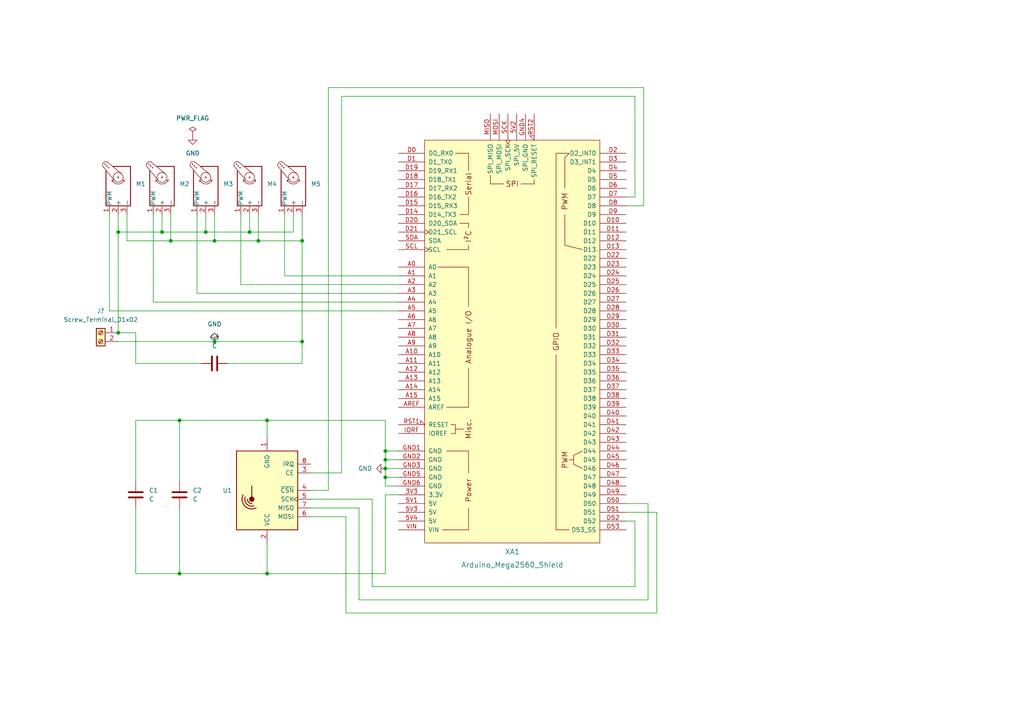
<source format=kicad_sch>
(kicad_sch (version 20211123) (generator eeschema)

  (uuid 5d4ac997-0275-451c-a58a-d84421a0d8df)

  (paper "A4")

  (lib_symbols
    (symbol "Arduino:Arduino_Mega2560_Shield" (pin_names (offset 1.016)) (in_bom yes) (on_board yes)
      (property "Reference" "XA" (id 0) (at 2.54 0 90)
        (effects (font (size 1.524 1.524)))
      )
      (property "Value" "Arduino_Mega2560_Shield" (id 1) (at -2.54 0 90)
        (effects (font (size 1.524 1.524)))
      )
      (property "Footprint" "Arduino_Library:Arduino_Mega2560_Shield" (id 2) (at 17.78 69.85 0)
        (effects (font (size 1.524 1.524)) hide)
      )
      (property "Datasheet" "https://docs.arduino.cc/hardware/mega-2560" (id 3) (at 17.78 69.85 0)
        (effects (font (size 1.524 1.524)) hide)
      )
      (property "ki_keywords" "Arduino MPU Shield" (id 4) (at 0 0 0)
        (effects (font (size 1.27 1.27)) hide)
      )
      (property "ki_description" "Shield for Arduino Mega 2560" (id 5) (at 0 0 0)
        (effects (font (size 1.27 1.27)) hide)
      )
      (property "ki_fp_filters" "Arduino_Mega2560_Shield" (id 6) (at 0 0 0)
        (effects (font (size 1.27 1.27)) hide)
      )
      (symbol "Arduino_Mega2560_Shield_0_0"
        (rectangle (start -25.4 -58.42) (end 25.4 58.42)
          (stroke (width 0) (type default) (color 0 0 0 0))
          (fill (type background))
        )
        (rectangle (start -20.32 -54.61) (end -12.7 -54.61)
          (stroke (width 0) (type default) (color 0 0 0 0))
          (fill (type none))
        )
        (rectangle (start -19.05 -31.75) (end -12.7 -31.75)
          (stroke (width 0) (type default) (color 0 0 0 0))
          (fill (type none))
        )
        (rectangle (start -19.05 -19.05) (end -12.7 -19.05)
          (stroke (width 0) (type default) (color 0 0 0 0))
          (fill (type none))
        )
        (rectangle (start -19.05 26.67) (end -12.7 26.67)
          (stroke (width 0) (type default) (color 0 0 0 0))
          (fill (type none))
        )
        (rectangle (start -17.78 -26.67) (end -16.51 -26.67)
          (stroke (width 0) (type default) (color 0 0 0 0))
          (fill (type none))
        )
        (rectangle (start -17.78 -24.13) (end -16.51 -24.13)
          (stroke (width 0) (type default) (color 0 0 0 0))
          (fill (type none))
        )
        (rectangle (start -16.51 -25.4) (end -13.97 -25.4)
          (stroke (width 0) (type default) (color 0 0 0 0))
          (fill (type none))
        )
        (rectangle (start -16.51 -24.13) (end -16.51 -26.67)
          (stroke (width 0) (type default) (color 0 0 0 0))
          (fill (type none))
        )
        (rectangle (start -16.51 54.61) (end -12.7 54.61)
          (stroke (width 0) (type default) (color 0 0 0 0))
          (fill (type none))
        )
        (rectangle (start -15.24 34.29) (end -12.7 34.29)
          (stroke (width 0) (type default) (color 0 0 0 0))
          (fill (type none))
        )
        (rectangle (start -15.24 36.83) (end -12.7 36.83)
          (stroke (width 0) (type default) (color 0 0 0 0))
          (fill (type none))
        )
        (rectangle (start -12.7 -54.61) (end -12.7 -48.26)
          (stroke (width 0) (type default) (color 0 0 0 0))
          (fill (type none))
        )
        (rectangle (start -12.7 -31.75) (end -12.7 -38.1)
          (stroke (width 0) (type default) (color 0 0 0 0))
          (fill (type none))
        )
        (rectangle (start -12.7 26.67) (end -12.7 27.94)
          (stroke (width 0) (type default) (color 0 0 0 0))
          (fill (type none))
        )
        (rectangle (start -12.7 34.29) (end -12.7 33.02)
          (stroke (width 0) (type default) (color 0 0 0 0))
          (fill (type none))
        )
        (rectangle (start -12.7 41.91) (end -12.7 36.83)
          (stroke (width 0) (type default) (color 0 0 0 0))
          (fill (type none))
        )
        (rectangle (start -12.7 49.53) (end -12.7 54.61)
          (stroke (width 0) (type default) (color 0 0 0 0))
          (fill (type none))
        )
        (rectangle (start -6.35 48.26) (end -6.35 45.72)
          (stroke (width 0) (type default) (color 0 0 0 0))
          (fill (type none))
        )
        (rectangle (start -2.54 45.72) (end -6.35 45.72)
          (stroke (width 0) (type default) (color 0 0 0 0))
          (fill (type none))
        )
        (polyline
          (pts
            (xy -21.59 21.59)
            (xy -12.7 21.59)
          )
          (stroke (width 0) (type default) (color 0 0 0 0))
          (fill (type none))
        )
        (polyline
          (pts
            (xy -12.7 -19.05)
            (xy -12.7 -7.62)
          )
          (stroke (width 0) (type default) (color 0 0 0 0))
          (fill (type none))
        )
        (polyline
          (pts
            (xy -12.7 10.16)
            (xy -12.7 21.59)
          )
          (stroke (width 0) (type default) (color 0 0 0 0))
          (fill (type none))
        )
        (polyline
          (pts
            (xy 12.7 -54.61)
            (xy 16.51 -54.61)
          )
          (stroke (width 0) (type default) (color 0 0 0 0))
          (fill (type none))
        )
        (polyline
          (pts
            (xy 12.7 54.61)
            (xy 16.51 54.61)
          )
          (stroke (width 0) (type default) (color 0 0 0 0))
          (fill (type none))
        )
        (polyline
          (pts
            (xy 17.78 -34.29)
            (xy 16.51 -34.29)
          )
          (stroke (width 0) (type default) (color 0 0 0 0))
          (fill (type none))
        )
        (polyline
          (pts
            (xy 15.24 36.83)
            (xy 15.24 27.94)
            (xy 20.32 26.67)
          )
          (stroke (width 0) (type default) (color 0 0 0 0))
          (fill (type none))
        )
        (polyline
          (pts
            (xy 15.24 44.45)
            (xy 15.24 53.34)
            (xy 16.51 54.61)
          )
          (stroke (width 0) (type default) (color 0 0 0 0))
          (fill (type none))
        )
        (polyline
          (pts
            (xy 20.32 -31.75)
            (xy 17.78 -33.02)
            (xy 17.78 -35.56)
            (xy 20.32 -36.83)
          )
          (stroke (width 0) (type default) (color 0 0 0 0))
          (fill (type none))
        )
        (rectangle (start 6.35 45.72) (end 2.54 45.72)
          (stroke (width 0) (type default) (color 0 0 0 0))
          (fill (type none))
        )
        (rectangle (start 6.35 46.99) (end 6.35 45.72)
          (stroke (width 0) (type default) (color 0 0 0 0))
          (fill (type none))
        )
        (text "Analogue I/O" (at -12.7 1.27 900)
          (effects (font (size 1.524 1.524)))
        )
        (text "I²C" (at -12.7 30.48 900)
          (effects (font (size 1.524 1.524)))
        )
        (text "Misc." (at -12.7 -25.4 900)
          (effects (font (size 1.524 1.524)))
        )
        (text "Power" (at -12.7 -43.18 900)
          (effects (font (size 1.524 1.524)))
        )
        (text "PWM" (at 15.24 -34.29 900)
          (effects (font (size 1.524 1.524)))
        )
        (text "PWM" (at 15.24 40.64 900)
          (effects (font (size 1.524 1.524)))
        )
        (text "Serial" (at -12.7 45.72 900)
          (effects (font (size 1.524 1.524)))
        )
        (text "SPI" (at 0 45.72 0)
          (effects (font (size 1.524 1.524)))
        )
      )
      (symbol "Arduino_Mega2560_Shield_1_0"
        (rectangle (start 12.7 -54.61) (end 12.7 -3.81)
          (stroke (width 0) (type default) (color 0 0 0 0))
          (fill (type none))
        )
        (rectangle (start 12.7 54.61) (end 12.7 3.81)
          (stroke (width 0) (type default) (color 0 0 0 0))
          (fill (type none))
        )
        (text "GPIO" (at 12.7 0 900)
          (effects (font (size 1.524 1.524)))
        )
      )
      (symbol "Arduino_Mega2560_Shield_1_1"
        (pin power_out line (at -33.02 -44.45 0) (length 7.62)
          (name "3.3V" (effects (font (size 1.27 1.27))))
          (number "3V3" (effects (font (size 1.27 1.27))))
        )
        (pin power_in line (at -33.02 -46.99 0) (length 7.62)
          (name "5V" (effects (font (size 1.27 1.27))))
          (number "5V1" (effects (font (size 1.27 1.27))))
        )
        (pin power_in line (at 1.27 66.04 270) (length 7.62)
          (name "SPI_5V" (effects (font (size 1.27 1.27))))
          (number "5V2" (effects (font (size 1.27 1.27))))
        )
        (pin power_in line (at -33.02 -49.53 0) (length 7.62)
          (name "5V" (effects (font (size 1.27 1.27))))
          (number "5V3" (effects (font (size 1.27 1.27))))
        )
        (pin power_in line (at -33.02 -52.07 0) (length 7.62)
          (name "5V" (effects (font (size 1.27 1.27))))
          (number "5V4" (effects (font (size 1.27 1.27))))
        )
        (pin bidirectional line (at -33.02 21.59 0) (length 7.62)
          (name "A0" (effects (font (size 1.27 1.27))))
          (number "A0" (effects (font (size 1.27 1.27))))
        )
        (pin bidirectional line (at -33.02 19.05 0) (length 7.62)
          (name "A1" (effects (font (size 1.27 1.27))))
          (number "A1" (effects (font (size 1.27 1.27))))
        )
        (pin bidirectional line (at -33.02 -3.81 0) (length 7.62)
          (name "A10" (effects (font (size 1.27 1.27))))
          (number "A10" (effects (font (size 1.27 1.27))))
        )
        (pin bidirectional line (at -33.02 -6.35 0) (length 7.62)
          (name "A11" (effects (font (size 1.27 1.27))))
          (number "A11" (effects (font (size 1.27 1.27))))
        )
        (pin bidirectional line (at -33.02 -8.89 0) (length 7.62)
          (name "A12" (effects (font (size 1.27 1.27))))
          (number "A12" (effects (font (size 1.27 1.27))))
        )
        (pin bidirectional line (at -33.02 -11.43 0) (length 7.62)
          (name "A13" (effects (font (size 1.27 1.27))))
          (number "A13" (effects (font (size 1.27 1.27))))
        )
        (pin bidirectional line (at -33.02 -13.97 0) (length 7.62)
          (name "A14" (effects (font (size 1.27 1.27))))
          (number "A14" (effects (font (size 1.27 1.27))))
        )
        (pin bidirectional line (at -33.02 -16.51 0) (length 7.62)
          (name "A15" (effects (font (size 1.27 1.27))))
          (number "A15" (effects (font (size 1.27 1.27))))
        )
        (pin bidirectional line (at -33.02 16.51 0) (length 7.62)
          (name "A2" (effects (font (size 1.27 1.27))))
          (number "A2" (effects (font (size 1.27 1.27))))
        )
        (pin bidirectional line (at -33.02 13.97 0) (length 7.62)
          (name "A3" (effects (font (size 1.27 1.27))))
          (number "A3" (effects (font (size 1.27 1.27))))
        )
        (pin bidirectional line (at -33.02 11.43 0) (length 7.62)
          (name "A4" (effects (font (size 1.27 1.27))))
          (number "A4" (effects (font (size 1.27 1.27))))
        )
        (pin bidirectional line (at -33.02 8.89 0) (length 7.62)
          (name "A5" (effects (font (size 1.27 1.27))))
          (number "A5" (effects (font (size 1.27 1.27))))
        )
        (pin bidirectional line (at -33.02 6.35 0) (length 7.62)
          (name "A6" (effects (font (size 1.27 1.27))))
          (number "A6" (effects (font (size 1.27 1.27))))
        )
        (pin bidirectional line (at -33.02 3.81 0) (length 7.62)
          (name "A7" (effects (font (size 1.27 1.27))))
          (number "A7" (effects (font (size 1.27 1.27))))
        )
        (pin bidirectional line (at -33.02 1.27 0) (length 7.62)
          (name "A8" (effects (font (size 1.27 1.27))))
          (number "A8" (effects (font (size 1.27 1.27))))
        )
        (pin bidirectional line (at -33.02 -1.27 0) (length 7.62)
          (name "A9" (effects (font (size 1.27 1.27))))
          (number "A9" (effects (font (size 1.27 1.27))))
        )
        (pin input line (at -33.02 -19.05 0) (length 7.62)
          (name "AREF" (effects (font (size 1.27 1.27))))
          (number "AREF" (effects (font (size 1.27 1.27))))
        )
        (pin bidirectional line (at -33.02 54.61 0) (length 7.62)
          (name "D0_RX0" (effects (font (size 1.27 1.27))))
          (number "D0" (effects (font (size 1.27 1.27))))
        )
        (pin bidirectional line (at -33.02 52.07 0) (length 7.62)
          (name "D1_TX0" (effects (font (size 1.27 1.27))))
          (number "D1" (effects (font (size 1.27 1.27))))
        )
        (pin bidirectional line (at 33.02 34.29 180) (length 7.62)
          (name "D10" (effects (font (size 1.27 1.27))))
          (number "D10" (effects (font (size 1.27 1.27))))
        )
        (pin bidirectional line (at 33.02 31.75 180) (length 7.62)
          (name "D11" (effects (font (size 1.27 1.27))))
          (number "D11" (effects (font (size 1.27 1.27))))
        )
        (pin bidirectional line (at 33.02 29.21 180) (length 7.62)
          (name "D12" (effects (font (size 1.27 1.27))))
          (number "D12" (effects (font (size 1.27 1.27))))
        )
        (pin bidirectional line (at 33.02 26.67 180) (length 7.62)
          (name "D13" (effects (font (size 1.27 1.27))))
          (number "D13" (effects (font (size 1.27 1.27))))
        )
        (pin bidirectional line (at -33.02 36.83 0) (length 7.62)
          (name "D14_TX3" (effects (font (size 1.27 1.27))))
          (number "D14" (effects (font (size 1.27 1.27))))
        )
        (pin bidirectional line (at -33.02 39.37 0) (length 7.62)
          (name "D15_RX3" (effects (font (size 1.27 1.27))))
          (number "D15" (effects (font (size 1.27 1.27))))
        )
        (pin bidirectional line (at -33.02 41.91 0) (length 7.62)
          (name "D16_TX2" (effects (font (size 1.27 1.27))))
          (number "D16" (effects (font (size 1.27 1.27))))
        )
        (pin bidirectional line (at -33.02 44.45 0) (length 7.62)
          (name "D17_RX2" (effects (font (size 1.27 1.27))))
          (number "D17" (effects (font (size 1.27 1.27))))
        )
        (pin bidirectional line (at -33.02 46.99 0) (length 7.62)
          (name "D18_TX1" (effects (font (size 1.27 1.27))))
          (number "D18" (effects (font (size 1.27 1.27))))
        )
        (pin bidirectional line (at -33.02 49.53 0) (length 7.62)
          (name "D19_RX1" (effects (font (size 1.27 1.27))))
          (number "D19" (effects (font (size 1.27 1.27))))
        )
        (pin bidirectional line (at 33.02 54.61 180) (length 7.62)
          (name "D2_INT0" (effects (font (size 1.27 1.27))))
          (number "D2" (effects (font (size 1.27 1.27))))
        )
        (pin bidirectional line (at -33.02 34.29 0) (length 7.62)
          (name "D20_SDA" (effects (font (size 1.27 1.27))))
          (number "D20" (effects (font (size 1.27 1.27))))
        )
        (pin bidirectional clock (at -33.02 31.75 0) (length 7.62)
          (name "D21_SCL" (effects (font (size 1.27 1.27))))
          (number "D21" (effects (font (size 1.27 1.27))))
        )
        (pin bidirectional line (at 33.02 24.13 180) (length 7.62)
          (name "D22" (effects (font (size 1.27 1.27))))
          (number "D22" (effects (font (size 1.27 1.27))))
        )
        (pin bidirectional line (at 33.02 21.59 180) (length 7.62)
          (name "D23" (effects (font (size 1.27 1.27))))
          (number "D23" (effects (font (size 1.27 1.27))))
        )
        (pin bidirectional line (at 33.02 19.05 180) (length 7.62)
          (name "D24" (effects (font (size 1.27 1.27))))
          (number "D24" (effects (font (size 1.27 1.27))))
        )
        (pin bidirectional line (at 33.02 16.51 180) (length 7.62)
          (name "D25" (effects (font (size 1.27 1.27))))
          (number "D25" (effects (font (size 1.27 1.27))))
        )
        (pin bidirectional line (at 33.02 13.97 180) (length 7.62)
          (name "D26" (effects (font (size 1.27 1.27))))
          (number "D26" (effects (font (size 1.27 1.27))))
        )
        (pin bidirectional line (at 33.02 11.43 180) (length 7.62)
          (name "D27" (effects (font (size 1.27 1.27))))
          (number "D27" (effects (font (size 1.27 1.27))))
        )
        (pin bidirectional line (at 33.02 8.89 180) (length 7.62)
          (name "D28" (effects (font (size 1.27 1.27))))
          (number "D28" (effects (font (size 1.27 1.27))))
        )
        (pin bidirectional line (at 33.02 6.35 180) (length 7.62)
          (name "D29" (effects (font (size 1.27 1.27))))
          (number "D29" (effects (font (size 1.27 1.27))))
        )
        (pin bidirectional line (at 33.02 52.07 180) (length 7.62)
          (name "D3_INT1" (effects (font (size 1.27 1.27))))
          (number "D3" (effects (font (size 1.27 1.27))))
        )
        (pin bidirectional line (at 33.02 3.81 180) (length 7.62)
          (name "D30" (effects (font (size 1.27 1.27))))
          (number "D30" (effects (font (size 1.27 1.27))))
        )
        (pin bidirectional line (at 33.02 1.27 180) (length 7.62)
          (name "D31" (effects (font (size 1.27 1.27))))
          (number "D31" (effects (font (size 1.27 1.27))))
        )
        (pin bidirectional line (at 33.02 -1.27 180) (length 7.62)
          (name "D32" (effects (font (size 1.27 1.27))))
          (number "D32" (effects (font (size 1.27 1.27))))
        )
        (pin bidirectional line (at 33.02 -3.81 180) (length 7.62)
          (name "D33" (effects (font (size 1.27 1.27))))
          (number "D33" (effects (font (size 1.27 1.27))))
        )
        (pin bidirectional line (at 33.02 -6.35 180) (length 7.62)
          (name "D34" (effects (font (size 1.27 1.27))))
          (number "D34" (effects (font (size 1.27 1.27))))
        )
        (pin bidirectional line (at 33.02 -8.89 180) (length 7.62)
          (name "D35" (effects (font (size 1.27 1.27))))
          (number "D35" (effects (font (size 1.27 1.27))))
        )
        (pin bidirectional line (at 33.02 -11.43 180) (length 7.62)
          (name "D36" (effects (font (size 1.27 1.27))))
          (number "D36" (effects (font (size 1.27 1.27))))
        )
        (pin bidirectional line (at 33.02 -13.97 180) (length 7.62)
          (name "D37" (effects (font (size 1.27 1.27))))
          (number "D37" (effects (font (size 1.27 1.27))))
        )
        (pin bidirectional line (at 33.02 -16.51 180) (length 7.62)
          (name "D38" (effects (font (size 1.27 1.27))))
          (number "D38" (effects (font (size 1.27 1.27))))
        )
        (pin bidirectional line (at 33.02 -19.05 180) (length 7.62)
          (name "D39" (effects (font (size 1.27 1.27))))
          (number "D39" (effects (font (size 1.27 1.27))))
        )
        (pin bidirectional line (at 33.02 49.53 180) (length 7.62)
          (name "D4" (effects (font (size 1.27 1.27))))
          (number "D4" (effects (font (size 1.27 1.27))))
        )
        (pin bidirectional line (at 33.02 -21.59 180) (length 7.62)
          (name "D40" (effects (font (size 1.27 1.27))))
          (number "D40" (effects (font (size 1.27 1.27))))
        )
        (pin bidirectional line (at 33.02 -24.13 180) (length 7.62)
          (name "D41" (effects (font (size 1.27 1.27))))
          (number "D41" (effects (font (size 1.27 1.27))))
        )
        (pin bidirectional line (at 33.02 -26.67 180) (length 7.62)
          (name "D42" (effects (font (size 1.27 1.27))))
          (number "D42" (effects (font (size 1.27 1.27))))
        )
        (pin bidirectional line (at 33.02 -29.21 180) (length 7.62)
          (name "D43" (effects (font (size 1.27 1.27))))
          (number "D43" (effects (font (size 1.27 1.27))))
        )
        (pin bidirectional line (at 33.02 -31.75 180) (length 7.62)
          (name "D44" (effects (font (size 1.27 1.27))))
          (number "D44" (effects (font (size 1.27 1.27))))
        )
        (pin bidirectional line (at 33.02 -34.29 180) (length 7.62)
          (name "D45" (effects (font (size 1.27 1.27))))
          (number "D45" (effects (font (size 1.27 1.27))))
        )
        (pin bidirectional line (at 33.02 -36.83 180) (length 7.62)
          (name "D46" (effects (font (size 1.27 1.27))))
          (number "D46" (effects (font (size 1.27 1.27))))
        )
        (pin bidirectional line (at 33.02 -39.37 180) (length 7.62)
          (name "D47" (effects (font (size 1.27 1.27))))
          (number "D47" (effects (font (size 1.27 1.27))))
        )
        (pin bidirectional line (at 33.02 -41.91 180) (length 7.62)
          (name "D48" (effects (font (size 1.27 1.27))))
          (number "D48" (effects (font (size 1.27 1.27))))
        )
        (pin bidirectional line (at 33.02 -44.45 180) (length 7.62)
          (name "D49" (effects (font (size 1.27 1.27))))
          (number "D49" (effects (font (size 1.27 1.27))))
        )
        (pin bidirectional line (at 33.02 46.99 180) (length 7.62)
          (name "D5" (effects (font (size 1.27 1.27))))
          (number "D5" (effects (font (size 1.27 1.27))))
        )
        (pin bidirectional line (at 33.02 -46.99 180) (length 7.62)
          (name "D50" (effects (font (size 1.27 1.27))))
          (number "D50" (effects (font (size 1.27 1.27))))
        )
        (pin bidirectional line (at 33.02 -49.53 180) (length 7.62)
          (name "D51" (effects (font (size 1.27 1.27))))
          (number "D51" (effects (font (size 1.27 1.27))))
        )
        (pin bidirectional line (at 33.02 -52.07 180) (length 7.62)
          (name "D52" (effects (font (size 1.27 1.27))))
          (number "D52" (effects (font (size 1.27 1.27))))
        )
        (pin bidirectional line (at 33.02 -54.61 180) (length 7.62)
          (name "D53_SS" (effects (font (size 1.27 1.27))))
          (number "D53" (effects (font (size 1.27 1.27))))
        )
        (pin bidirectional line (at 33.02 44.45 180) (length 7.62)
          (name "D6" (effects (font (size 1.27 1.27))))
          (number "D6" (effects (font (size 1.27 1.27))))
        )
        (pin bidirectional line (at 33.02 41.91 180) (length 7.62)
          (name "D7" (effects (font (size 1.27 1.27))))
          (number "D7" (effects (font (size 1.27 1.27))))
        )
        (pin bidirectional line (at 33.02 39.37 180) (length 7.62)
          (name "D8" (effects (font (size 1.27 1.27))))
          (number "D8" (effects (font (size 1.27 1.27))))
        )
        (pin bidirectional line (at 33.02 36.83 180) (length 7.62)
          (name "D9" (effects (font (size 1.27 1.27))))
          (number "D9" (effects (font (size 1.27 1.27))))
        )
        (pin power_in line (at -33.02 -31.75 0) (length 7.62)
          (name "GND" (effects (font (size 1.27 1.27))))
          (number "GND1" (effects (font (size 1.27 1.27))))
        )
        (pin power_in line (at -33.02 -34.29 0) (length 7.62)
          (name "GND" (effects (font (size 1.27 1.27))))
          (number "GND2" (effects (font (size 1.27 1.27))))
        )
        (pin power_in line (at -33.02 -36.83 0) (length 7.62)
          (name "GND" (effects (font (size 1.27 1.27))))
          (number "GND3" (effects (font (size 1.27 1.27))))
        )
        (pin power_in line (at 3.81 66.04 270) (length 7.62)
          (name "SPI_GND" (effects (font (size 1.27 1.27))))
          (number "GND4" (effects (font (size 1.27 1.27))))
        )
        (pin power_in line (at -33.02 -39.37 0) (length 7.62)
          (name "GND" (effects (font (size 1.27 1.27))))
          (number "GND5" (effects (font (size 1.27 1.27))))
        )
        (pin power_in line (at -33.02 -41.91 0) (length 7.62)
          (name "GND" (effects (font (size 1.27 1.27))))
          (number "GND6" (effects (font (size 1.27 1.27))))
        )
        (pin output line (at -33.02 -26.67 0) (length 7.62)
          (name "IOREF" (effects (font (size 1.27 1.27))))
          (number "IORF" (effects (font (size 1.27 1.27))))
        )
        (pin input line (at -6.35 66.04 270) (length 7.62)
          (name "SPI_MISO" (effects (font (size 1.27 1.27))))
          (number "MISO" (effects (font (size 1.27 1.27))))
        )
        (pin output line (at -3.81 66.04 270) (length 7.62)
          (name "SPI_MOSI" (effects (font (size 1.27 1.27))))
          (number "MOSI" (effects (font (size 1.27 1.27))))
        )
        (pin open_collector input_low (at -33.02 -24.13 0) (length 7.62)
          (name "RESET" (effects (font (size 1.27 1.27))))
          (number "RST1" (effects (font (size 1.27 1.27))))
        )
        (pin open_collector input_low (at 6.35 66.04 270) (length 7.62)
          (name "SPI_RESET" (effects (font (size 1.27 1.27))))
          (number "RST2" (effects (font (size 1.27 1.27))))
        )
        (pin output clock (at -1.27 66.04 270) (length 7.62)
          (name "SPI_SCK" (effects (font (size 1.27 1.27))))
          (number "SCK" (effects (font (size 1.27 1.27))))
        )
        (pin bidirectional clock (at -33.02 26.67 0) (length 7.62)
          (name "SCL" (effects (font (size 1.27 1.27))))
          (number "SCL" (effects (font (size 1.27 1.27))))
        )
        (pin bidirectional line (at -33.02 29.21 0) (length 7.62)
          (name "SDA" (effects (font (size 1.27 1.27))))
          (number "SDA" (effects (font (size 1.27 1.27))))
        )
        (pin power_in line (at -33.02 -54.61 0) (length 7.62)
          (name "VIN" (effects (font (size 1.27 1.27))))
          (number "VIN" (effects (font (size 1.27 1.27))))
        )
      )
    )
    (symbol "Connector:Screw_Terminal_01x02" (pin_names (offset 1.016) hide) (in_bom yes) (on_board yes)
      (property "Reference" "J" (id 0) (at 0 2.54 0)
        (effects (font (size 1.27 1.27)))
      )
      (property "Value" "Screw_Terminal_01x02" (id 1) (at 0 -5.08 0)
        (effects (font (size 1.27 1.27)))
      )
      (property "Footprint" "" (id 2) (at 0 0 0)
        (effects (font (size 1.27 1.27)) hide)
      )
      (property "Datasheet" "~" (id 3) (at 0 0 0)
        (effects (font (size 1.27 1.27)) hide)
      )
      (property "ki_keywords" "screw terminal" (id 4) (at 0 0 0)
        (effects (font (size 1.27 1.27)) hide)
      )
      (property "ki_description" "Generic screw terminal, single row, 01x02, script generated (kicad-library-utils/schlib/autogen/connector/)" (id 5) (at 0 0 0)
        (effects (font (size 1.27 1.27)) hide)
      )
      (property "ki_fp_filters" "TerminalBlock*:*" (id 6) (at 0 0 0)
        (effects (font (size 1.27 1.27)) hide)
      )
      (symbol "Screw_Terminal_01x02_1_1"
        (rectangle (start -1.27 1.27) (end 1.27 -3.81)
          (stroke (width 0.254) (type default) (color 0 0 0 0))
          (fill (type background))
        )
        (circle (center 0 -2.54) (radius 0.635)
          (stroke (width 0.1524) (type default) (color 0 0 0 0))
          (fill (type none))
        )
        (polyline
          (pts
            (xy -0.5334 -2.2098)
            (xy 0.3302 -3.048)
          )
          (stroke (width 0.1524) (type default) (color 0 0 0 0))
          (fill (type none))
        )
        (polyline
          (pts
            (xy -0.5334 0.3302)
            (xy 0.3302 -0.508)
          )
          (stroke (width 0.1524) (type default) (color 0 0 0 0))
          (fill (type none))
        )
        (polyline
          (pts
            (xy -0.3556 -2.032)
            (xy 0.508 -2.8702)
          )
          (stroke (width 0.1524) (type default) (color 0 0 0 0))
          (fill (type none))
        )
        (polyline
          (pts
            (xy -0.3556 0.508)
            (xy 0.508 -0.3302)
          )
          (stroke (width 0.1524) (type default) (color 0 0 0 0))
          (fill (type none))
        )
        (circle (center 0 0) (radius 0.635)
          (stroke (width 0.1524) (type default) (color 0 0 0 0))
          (fill (type none))
        )
        (pin passive line (at -5.08 0 0) (length 3.81)
          (name "Pin_1" (effects (font (size 1.27 1.27))))
          (number "1" (effects (font (size 1.27 1.27))))
        )
        (pin passive line (at -5.08 -2.54 0) (length 3.81)
          (name "Pin_2" (effects (font (size 1.27 1.27))))
          (number "2" (effects (font (size 1.27 1.27))))
        )
      )
    )
    (symbol "Device:C" (pin_numbers hide) (pin_names (offset 0.254)) (in_bom yes) (on_board yes)
      (property "Reference" "C" (id 0) (at 0.635 2.54 0)
        (effects (font (size 1.27 1.27)) (justify left))
      )
      (property "Value" "C" (id 1) (at 0.635 -2.54 0)
        (effects (font (size 1.27 1.27)) (justify left))
      )
      (property "Footprint" "" (id 2) (at 0.9652 -3.81 0)
        (effects (font (size 1.27 1.27)) hide)
      )
      (property "Datasheet" "~" (id 3) (at 0 0 0)
        (effects (font (size 1.27 1.27)) hide)
      )
      (property "ki_keywords" "cap capacitor" (id 4) (at 0 0 0)
        (effects (font (size 1.27 1.27)) hide)
      )
      (property "ki_description" "Unpolarized capacitor" (id 5) (at 0 0 0)
        (effects (font (size 1.27 1.27)) hide)
      )
      (property "ki_fp_filters" "C_*" (id 6) (at 0 0 0)
        (effects (font (size 1.27 1.27)) hide)
      )
      (symbol "C_0_1"
        (polyline
          (pts
            (xy -2.032 -0.762)
            (xy 2.032 -0.762)
          )
          (stroke (width 0.508) (type default) (color 0 0 0 0))
          (fill (type none))
        )
        (polyline
          (pts
            (xy -2.032 0.762)
            (xy 2.032 0.762)
          )
          (stroke (width 0.508) (type default) (color 0 0 0 0))
          (fill (type none))
        )
      )
      (symbol "C_1_1"
        (pin passive line (at 0 3.81 270) (length 2.794)
          (name "~" (effects (font (size 1.27 1.27))))
          (number "1" (effects (font (size 1.27 1.27))))
        )
        (pin passive line (at 0 -3.81 90) (length 2.794)
          (name "~" (effects (font (size 1.27 1.27))))
          (number "2" (effects (font (size 1.27 1.27))))
        )
      )
    )
    (symbol "Motor:Motor_Servo" (pin_names (offset 0.0254)) (in_bom yes) (on_board yes)
      (property "Reference" "M" (id 0) (at -5.08 4.445 0)
        (effects (font (size 1.27 1.27)) (justify left))
      )
      (property "Value" "Motor_Servo" (id 1) (at -5.08 -4.064 0)
        (effects (font (size 1.27 1.27)) (justify left top))
      )
      (property "Footprint" "" (id 2) (at 0 -4.826 0)
        (effects (font (size 1.27 1.27)) hide)
      )
      (property "Datasheet" "http://forums.parallax.com/uploads/attachments/46831/74481.png" (id 3) (at 0 -4.826 0)
        (effects (font (size 1.27 1.27)) hide)
      )
      (property "ki_keywords" "Servo Motor" (id 4) (at 0 0 0)
        (effects (font (size 1.27 1.27)) hide)
      )
      (property "ki_description" "Servo Motor (Futaba, HiTec, JR connector)" (id 5) (at 0 0 0)
        (effects (font (size 1.27 1.27)) hide)
      )
      (property "ki_fp_filters" "PinHeader*P2.54mm*" (id 6) (at 0 0 0)
        (effects (font (size 1.27 1.27)) hide)
      )
      (symbol "Motor_Servo_0_1"
        (polyline
          (pts
            (xy 2.413 -1.778)
            (xy 2.032 -1.778)
          )
          (stroke (width 0) (type default) (color 0 0 0 0))
          (fill (type none))
        )
        (polyline
          (pts
            (xy 2.413 -1.778)
            (xy 2.286 -1.397)
          )
          (stroke (width 0) (type default) (color 0 0 0 0))
          (fill (type none))
        )
        (polyline
          (pts
            (xy 2.413 1.778)
            (xy 1.905 1.778)
          )
          (stroke (width 0) (type default) (color 0 0 0 0))
          (fill (type none))
        )
        (polyline
          (pts
            (xy 2.413 1.778)
            (xy 2.286 1.397)
          )
          (stroke (width 0) (type default) (color 0 0 0 0))
          (fill (type none))
        )
        (polyline
          (pts
            (xy 6.35 4.445)
            (xy 2.54 1.27)
          )
          (stroke (width 0) (type default) (color 0 0 0 0))
          (fill (type none))
        )
        (polyline
          (pts
            (xy 7.62 3.175)
            (xy 4.191 -1.016)
          )
          (stroke (width 0) (type default) (color 0 0 0 0))
          (fill (type none))
        )
        (polyline
          (pts
            (xy 5.08 3.556)
            (xy -5.08 3.556)
            (xy -5.08 -3.556)
            (xy 6.35 -3.556)
            (xy 6.35 1.524)
          )
          (stroke (width 0.254) (type default) (color 0 0 0 0))
          (fill (type none))
        )
        (arc (start 2.413 1.778) (mid 1.2406 0) (end 2.413 -1.778)
          (stroke (width 0) (type default) (color 0 0 0 0))
          (fill (type none))
        )
        (circle (center 3.175 0) (radius 0.1778)
          (stroke (width 0) (type default) (color 0 0 0 0))
          (fill (type none))
        )
        (circle (center 3.175 0) (radius 1.4224)
          (stroke (width 0) (type default) (color 0 0 0 0))
          (fill (type none))
        )
        (circle (center 5.969 2.794) (radius 0.127)
          (stroke (width 0) (type default) (color 0 0 0 0))
          (fill (type none))
        )
        (circle (center 6.477 3.302) (radius 0.127)
          (stroke (width 0) (type default) (color 0 0 0 0))
          (fill (type none))
        )
        (circle (center 6.985 3.81) (radius 0.127)
          (stroke (width 0) (type default) (color 0 0 0 0))
          (fill (type none))
        )
        (arc (start 7.62 3.175) (mid 7.4485 4.2735) (end 6.35 4.445)
          (stroke (width 0) (type default) (color 0 0 0 0))
          (fill (type none))
        )
      )
      (symbol "Motor_Servo_1_1"
        (pin passive line (at -7.62 2.54 0) (length 2.54)
          (name "PWM" (effects (font (size 1.27 1.27))))
          (number "1" (effects (font (size 1.27 1.27))))
        )
        (pin passive line (at -7.62 0 0) (length 2.54)
          (name "+" (effects (font (size 1.27 1.27))))
          (number "2" (effects (font (size 1.27 1.27))))
        )
        (pin passive line (at -7.62 -2.54 0) (length 2.54)
          (name "-" (effects (font (size 1.27 1.27))))
          (number "3" (effects (font (size 1.27 1.27))))
        )
      )
    )
    (symbol "RF:NRF24L01_Breakout" (pin_names (offset 1.016)) (in_bom yes) (on_board yes)
      (property "Reference" "U" (id 0) (at -8.89 12.7 0)
        (effects (font (size 1.27 1.27)) (justify left))
      )
      (property "Value" "NRF24L01_Breakout" (id 1) (at 3.81 12.7 0)
        (effects (font (size 1.27 1.27)) (justify left))
      )
      (property "Footprint" "RF_Module:nRF24L01_Breakout" (id 2) (at 3.81 15.24 0)
        (effects (font (size 1.27 1.27) italic) (justify left) hide)
      )
      (property "Datasheet" "http://www.nordicsemi.com/eng/content/download/2730/34105/file/nRF24L01_Product_Specification_v2_0.pdf" (id 3) (at 0 -2.54 0)
        (effects (font (size 1.27 1.27)) hide)
      )
      (property "ki_keywords" "Low Power RF Transceiver breakout carrier" (id 4) (at 0 0 0)
        (effects (font (size 1.27 1.27)) hide)
      )
      (property "ki_description" "Ultra low power 2.4GHz RF Transceiver, Carrier PCB" (id 5) (at 0 0 0)
        (effects (font (size 1.27 1.27)) hide)
      )
      (property "ki_fp_filters" "nRF24L01*Breakout*" (id 6) (at 0 0 0)
        (effects (font (size 1.27 1.27)) hide)
      )
      (symbol "NRF24L01_Breakout_0_1"
        (rectangle (start -8.89 11.43) (end 8.89 -11.43)
          (stroke (width 0.254) (type default) (color 0 0 0 0))
          (fill (type background))
        )
        (polyline
          (pts
            (xy 4.445 1.905)
            (xy 4.445 -1.27)
          )
          (stroke (width 0.254) (type default) (color 0 0 0 0))
          (fill (type none))
        )
        (circle (center 4.445 2.54) (radius 0.635)
          (stroke (width 0.254) (type default) (color 0 0 0 0))
          (fill (type outline))
        )
        (arc (start 5.715 2.54) (mid 5.3521 3.4546) (end 4.445 3.81)
          (stroke (width 0.254) (type default) (color 0 0 0 0))
          (fill (type none))
        )
        (arc (start 6.35 1.905) (mid 5.8763 3.9854) (end 3.81 4.445)
          (stroke (width 0.254) (type default) (color 0 0 0 0))
          (fill (type none))
        )
        (arc (start 6.985 1.27) (mid 6.453 4.548) (end 3.175 5.08)
          (stroke (width 0.254) (type default) (color 0 0 0 0))
          (fill (type none))
        )
      )
      (symbol "NRF24L01_Breakout_1_1"
        (pin power_in line (at 0 -15.24 90) (length 3.81)
          (name "GND" (effects (font (size 1.27 1.27))))
          (number "1" (effects (font (size 1.27 1.27))))
        )
        (pin power_in line (at 0 15.24 270) (length 3.81)
          (name "VCC" (effects (font (size 1.27 1.27))))
          (number "2" (effects (font (size 1.27 1.27))))
        )
        (pin input line (at -12.7 -5.08 0) (length 3.81)
          (name "CE" (effects (font (size 1.27 1.27))))
          (number "3" (effects (font (size 1.27 1.27))))
        )
        (pin input line (at -12.7 0 0) (length 3.81)
          (name "~{CSN}" (effects (font (size 1.27 1.27))))
          (number "4" (effects (font (size 1.27 1.27))))
        )
        (pin input clock (at -12.7 2.54 0) (length 3.81)
          (name "SCK" (effects (font (size 1.27 1.27))))
          (number "5" (effects (font (size 1.27 1.27))))
        )
        (pin input line (at -12.7 7.62 0) (length 3.81)
          (name "MOSI" (effects (font (size 1.27 1.27))))
          (number "6" (effects (font (size 1.27 1.27))))
        )
        (pin output line (at -12.7 5.08 0) (length 3.81)
          (name "MISO" (effects (font (size 1.27 1.27))))
          (number "7" (effects (font (size 1.27 1.27))))
        )
        (pin output line (at -12.7 -7.62 0) (length 3.81)
          (name "IRQ" (effects (font (size 1.27 1.27))))
          (number "8" (effects (font (size 1.27 1.27))))
        )
      )
    )
    (symbol "power:GND" (power) (pin_names (offset 0)) (in_bom yes) (on_board yes)
      (property "Reference" "#PWR" (id 0) (at 0 -6.35 0)
        (effects (font (size 1.27 1.27)) hide)
      )
      (property "Value" "GND" (id 1) (at 0 -3.81 0)
        (effects (font (size 1.27 1.27)))
      )
      (property "Footprint" "" (id 2) (at 0 0 0)
        (effects (font (size 1.27 1.27)) hide)
      )
      (property "Datasheet" "" (id 3) (at 0 0 0)
        (effects (font (size 1.27 1.27)) hide)
      )
      (property "ki_keywords" "global power" (id 4) (at 0 0 0)
        (effects (font (size 1.27 1.27)) hide)
      )
      (property "ki_description" "Power symbol creates a global label with name \"GND\" , ground" (id 5) (at 0 0 0)
        (effects (font (size 1.27 1.27)) hide)
      )
      (symbol "GND_0_1"
        (polyline
          (pts
            (xy 0 0)
            (xy 0 -1.27)
            (xy 1.27 -1.27)
            (xy 0 -2.54)
            (xy -1.27 -1.27)
            (xy 0 -1.27)
          )
          (stroke (width 0) (type default) (color 0 0 0 0))
          (fill (type none))
        )
      )
      (symbol "GND_1_1"
        (pin power_in line (at 0 0 270) (length 0) hide
          (name "GND" (effects (font (size 1.27 1.27))))
          (number "1" (effects (font (size 1.27 1.27))))
        )
      )
    )
    (symbol "power:PWR_FLAG" (power) (pin_numbers hide) (pin_names (offset 0) hide) (in_bom yes) (on_board yes)
      (property "Reference" "#FLG" (id 0) (at 0 1.905 0)
        (effects (font (size 1.27 1.27)) hide)
      )
      (property "Value" "PWR_FLAG" (id 1) (at 0 3.81 0)
        (effects (font (size 1.27 1.27)))
      )
      (property "Footprint" "" (id 2) (at 0 0 0)
        (effects (font (size 1.27 1.27)) hide)
      )
      (property "Datasheet" "~" (id 3) (at 0 0 0)
        (effects (font (size 1.27 1.27)) hide)
      )
      (property "ki_keywords" "flag power" (id 4) (at 0 0 0)
        (effects (font (size 1.27 1.27)) hide)
      )
      (property "ki_description" "Special symbol for telling ERC where power comes from" (id 5) (at 0 0 0)
        (effects (font (size 1.27 1.27)) hide)
      )
      (symbol "PWR_FLAG_0_0"
        (pin power_out line (at 0 0 90) (length 0)
          (name "pwr" (effects (font (size 1.27 1.27))))
          (number "1" (effects (font (size 1.27 1.27))))
        )
      )
      (symbol "PWR_FLAG_0_1"
        (polyline
          (pts
            (xy 0 0)
            (xy 0 1.27)
            (xy -1.016 1.905)
            (xy 0 2.54)
            (xy 1.016 1.905)
            (xy 0 1.27)
          )
          (stroke (width 0) (type default) (color 0 0 0 0))
          (fill (type none))
        )
      )
    )
  )

  (junction (at 72.39 67.31) (diameter 0) (color 0 0 0 0)
    (uuid 024f963e-e65c-4828-909f-fbd7bb87906e)
  )
  (junction (at 46.99 67.31) (diameter 0) (color 0 0 0 0)
    (uuid 0385acea-77e9-484a-acee-2b867229c872)
  )
  (junction (at 74.93 69.85) (diameter 0) (color 0 0 0 0)
    (uuid 13a3cf54-6925-4949-b74f-20cbfac7168a)
  )
  (junction (at 111.76 133.35) (diameter 0) (color 0 0 0 0)
    (uuid 1ea9ea50-3628-47b2-98c2-db4c6e1a64b1)
  )
  (junction (at 111.76 130.81) (diameter 0) (color 0 0 0 0)
    (uuid 31fe2de9-6860-4423-b5d8-ec5337b99e06)
  )
  (junction (at 87.63 99.06) (diameter 0) (color 0 0 0 0)
    (uuid 37b30d6c-c681-4f73-9d81-2230d9d65bfb)
  )
  (junction (at 77.47 166.37) (diameter 0) (color 0 0 0 0)
    (uuid 516d1231-4a51-4169-ab72-874b34c91849)
  )
  (junction (at 34.29 96.52) (diameter 0) (color 0 0 0 0)
    (uuid 5be6b10d-67d4-4c9b-af43-e9fd54d7be7c)
  )
  (junction (at 77.47 121.92) (diameter 0) (color 0 0 0 0)
    (uuid 5cfcce25-860f-4f4a-bb7a-ffb61f736b09)
  )
  (junction (at 49.53 69.85) (diameter 0) (color 0 0 0 0)
    (uuid 5f501668-3cf2-444f-85f3-dce3d6b49517)
  )
  (junction (at 87.63 69.85) (diameter 0) (color 0 0 0 0)
    (uuid 65a213ed-b988-44a9-bfa4-5adce9d5ddae)
  )
  (junction (at 52.07 121.92) (diameter 0) (color 0 0 0 0)
    (uuid 69624f66-2ceb-45b2-8566-3f3ee7804e36)
  )
  (junction (at 34.29 67.31) (diameter 0) (color 0 0 0 0)
    (uuid 72a95054-a682-424d-9305-e68fa5217366)
  )
  (junction (at 62.23 69.85) (diameter 0) (color 0 0 0 0)
    (uuid 75c810b9-60ed-4b2c-ac50-70ca7b029d18)
  )
  (junction (at 111.76 138.43) (diameter 0) (color 0 0 0 0)
    (uuid 80a23fd6-443a-4434-8577-35282e8a8c0f)
  )
  (junction (at 59.69 67.31) (diameter 0) (color 0 0 0 0)
    (uuid 896c9c6b-5eb5-4834-a3ce-12e418b3c5b4)
  )
  (junction (at 52.07 166.37) (diameter 0) (color 0 0 0 0)
    (uuid c14af270-bfaf-4185-881b-63b173e59c7b)
  )
  (junction (at 111.76 135.89) (diameter 0) (color 0 0 0 0)
    (uuid de355d68-bfa1-4be7-ba33-746adf4ca33c)
  )
  (junction (at 62.23 99.06) (diameter 0) (color 0 0 0 0)
    (uuid e0500201-7e7e-4aa7-8125-f5c3e6d08a62)
  )

  (wire (pts (xy 90.17 149.86) (xy 100.33 149.86))
    (stroke (width 0) (type default) (color 0 0 0 0))
    (uuid 01f1d0df-c46a-400c-946a-12f21bc49668)
  )
  (wire (pts (xy 62.23 69.85) (xy 74.93 69.85))
    (stroke (width 0) (type default) (color 0 0 0 0))
    (uuid 059a8cd0-280c-440a-9e37-64c55b2d18d1)
  )
  (wire (pts (xy 39.37 139.7) (xy 39.37 121.92))
    (stroke (width 0) (type default) (color 0 0 0 0))
    (uuid 066727fd-a828-4cba-9bee-e5c285e0d693)
  )
  (wire (pts (xy 111.76 130.81) (xy 115.57 130.81))
    (stroke (width 0) (type default) (color 0 0 0 0))
    (uuid 07f168ef-1461-40b6-b22b-4045b3a4b3fe)
  )
  (wire (pts (xy 111.76 135.89) (xy 111.76 133.35))
    (stroke (width 0) (type default) (color 0 0 0 0))
    (uuid 085e362a-582f-4b87-b657-8dffff815d7c)
  )
  (wire (pts (xy 90.17 142.24) (xy 95.25 142.24))
    (stroke (width 0) (type default) (color 0 0 0 0))
    (uuid 0a66e456-dbbb-42ed-960d-3cad040eeabc)
  )
  (wire (pts (xy 111.76 121.92) (xy 77.47 121.92))
    (stroke (width 0) (type default) (color 0 0 0 0))
    (uuid 14cbad19-0944-4309-bcaa-c8583cb8e42f)
  )
  (wire (pts (xy 87.63 69.85) (xy 87.63 62.23))
    (stroke (width 0) (type default) (color 0 0 0 0))
    (uuid 14f8322f-4488-4e68-98d3-a1c288bd4978)
  )
  (wire (pts (xy 111.76 133.35) (xy 111.76 130.81))
    (stroke (width 0) (type default) (color 0 0 0 0))
    (uuid 15444bab-311d-47d3-9ff9-20d7ff2123fc)
  )
  (wire (pts (xy 59.69 67.31) (xy 72.39 67.31))
    (stroke (width 0) (type default) (color 0 0 0 0))
    (uuid 16292fd9-5c65-4a49-98df-39d42aec1e69)
  )
  (wire (pts (xy 77.47 121.92) (xy 77.47 127))
    (stroke (width 0) (type default) (color 0 0 0 0))
    (uuid 163e16d4-b754-4679-bedf-dc897b191ba2)
  )
  (wire (pts (xy 77.47 157.48) (xy 77.47 166.37))
    (stroke (width 0) (type default) (color 0 0 0 0))
    (uuid 168c1951-3744-4e61-bc3e-1d4964d79a1d)
  )
  (wire (pts (xy 82.55 80.01) (xy 82.55 62.23))
    (stroke (width 0) (type default) (color 0 0 0 0))
    (uuid 1b0e32a7-2bd3-44a7-b00f-c45a9b900c8d)
  )
  (wire (pts (xy 52.07 121.92) (xy 77.47 121.92))
    (stroke (width 0) (type default) (color 0 0 0 0))
    (uuid 1b422755-9078-4ec7-a354-5e703cc8c16a)
  )
  (wire (pts (xy 62.23 99.06) (xy 87.63 99.06))
    (stroke (width 0) (type default) (color 0 0 0 0))
    (uuid 1fa2e493-63d3-4077-bc92-0a208a180bcf)
  )
  (wire (pts (xy 111.76 143.51) (xy 111.76 166.37))
    (stroke (width 0) (type default) (color 0 0 0 0))
    (uuid 20b3a96e-39fc-42d0-95b8-400e92580ba6)
  )
  (wire (pts (xy 187.96 146.05) (xy 181.61 146.05))
    (stroke (width 0) (type default) (color 0 0 0 0))
    (uuid 247ec395-9d66-42b4-b555-c5696fbff012)
  )
  (wire (pts (xy 111.76 130.81) (xy 111.76 121.92))
    (stroke (width 0) (type default) (color 0 0 0 0))
    (uuid 2518ac9b-b144-475e-add2-6e5a3c9206b8)
  )
  (wire (pts (xy 49.53 62.23) (xy 49.53 69.85))
    (stroke (width 0) (type default) (color 0 0 0 0))
    (uuid 28be781a-1f7b-4445-a2c3-6b2d64183cce)
  )
  (wire (pts (xy 190.5 177.8) (xy 190.5 148.59))
    (stroke (width 0) (type default) (color 0 0 0 0))
    (uuid 2ab549f4-fd9d-47a5-bb4d-9e05ac763350)
  )
  (wire (pts (xy 190.5 148.59) (xy 181.61 148.59))
    (stroke (width 0) (type default) (color 0 0 0 0))
    (uuid 2cf0cda8-c702-422b-a70e-f117912e5a7b)
  )
  (wire (pts (xy 115.57 87.63) (xy 44.45 87.63))
    (stroke (width 0) (type default) (color 0 0 0 0))
    (uuid 2f8d14c3-a561-4768-8a40-3764b6111e80)
  )
  (wire (pts (xy 107.95 144.78) (xy 107.95 170.18))
    (stroke (width 0) (type default) (color 0 0 0 0))
    (uuid 35951b95-7067-427f-9c33-fefb7ad1fa7c)
  )
  (wire (pts (xy 34.29 62.23) (xy 34.29 67.31))
    (stroke (width 0) (type default) (color 0 0 0 0))
    (uuid 359874de-29e5-450b-ae0f-3dbaa3380248)
  )
  (wire (pts (xy 58.42 105.41) (xy 39.37 105.41))
    (stroke (width 0) (type default) (color 0 0 0 0))
    (uuid 382f176a-9623-4683-90e9-27f10f71d6b4)
  )
  (wire (pts (xy 115.57 82.55) (xy 69.85 82.55))
    (stroke (width 0) (type default) (color 0 0 0 0))
    (uuid 3e21b56f-3141-4f59-a68b-d4fe342bb664)
  )
  (wire (pts (xy 36.83 69.85) (xy 49.53 69.85))
    (stroke (width 0) (type default) (color 0 0 0 0))
    (uuid 47008c52-0c95-45db-9eb9-5b42e870f0e6)
  )
  (wire (pts (xy 184.15 57.15) (xy 181.61 57.15))
    (stroke (width 0) (type default) (color 0 0 0 0))
    (uuid 4759d36b-eb07-479e-91d6-a4aba1c0c1a8)
  )
  (wire (pts (xy 52.07 147.32) (xy 52.07 166.37))
    (stroke (width 0) (type default) (color 0 0 0 0))
    (uuid 477f637f-663d-496d-84e3-834073f22bbd)
  )
  (wire (pts (xy 62.23 62.23) (xy 62.23 69.85))
    (stroke (width 0) (type default) (color 0 0 0 0))
    (uuid 4b528a86-e86c-400f-a632-e7fe1f2ff027)
  )
  (wire (pts (xy 46.99 67.31) (xy 59.69 67.31))
    (stroke (width 0) (type default) (color 0 0 0 0))
    (uuid 53ee7b3f-bdea-45f8-9c09-d4a16b3945f0)
  )
  (wire (pts (xy 39.37 147.32) (xy 39.37 166.37))
    (stroke (width 0) (type default) (color 0 0 0 0))
    (uuid 602fc38e-2f2c-4c7e-9386-cade111d1344)
  )
  (wire (pts (xy 115.57 90.17) (xy 31.75 90.17))
    (stroke (width 0) (type default) (color 0 0 0 0))
    (uuid 605895c9-1965-4a9a-b986-e21987b1bc7a)
  )
  (wire (pts (xy 87.63 105.41) (xy 87.63 99.06))
    (stroke (width 0) (type default) (color 0 0 0 0))
    (uuid 665c0eae-211b-4fd7-9efa-b9bb189b9c76)
  )
  (wire (pts (xy 85.09 67.31) (xy 85.09 62.23))
    (stroke (width 0) (type default) (color 0 0 0 0))
    (uuid 6b36f276-36bf-4818-b407-55ddbf5d6576)
  )
  (wire (pts (xy 107.95 170.18) (xy 184.15 170.18))
    (stroke (width 0) (type default) (color 0 0 0 0))
    (uuid 6b93c42a-30ee-4659-b8d2-82abc49d2ec2)
  )
  (wire (pts (xy 184.15 170.18) (xy 184.15 151.13))
    (stroke (width 0) (type default) (color 0 0 0 0))
    (uuid 6e7dda1e-9a27-4d33-b23e-a31ec948fa0f)
  )
  (wire (pts (xy 100.33 149.86) (xy 100.33 177.8))
    (stroke (width 0) (type default) (color 0 0 0 0))
    (uuid 703e085a-54a3-4a66-8ba8-a9a1cf79a5c6)
  )
  (wire (pts (xy 99.06 137.16) (xy 99.06 27.94))
    (stroke (width 0) (type default) (color 0 0 0 0))
    (uuid 70737938-81f7-417a-9f3b-6161add89411)
  )
  (wire (pts (xy 186.69 25.4) (xy 186.69 59.69))
    (stroke (width 0) (type default) (color 0 0 0 0))
    (uuid 71795481-f907-4c88-8f47-4a1f43dda769)
  )
  (wire (pts (xy 69.85 82.55) (xy 69.85 62.23))
    (stroke (width 0) (type default) (color 0 0 0 0))
    (uuid 73cc7574-2348-4a5c-98f4-4624a845d406)
  )
  (wire (pts (xy 184.15 151.13) (xy 181.61 151.13))
    (stroke (width 0) (type default) (color 0 0 0 0))
    (uuid 7835ea90-120e-441f-b5b2-acde351551a6)
  )
  (wire (pts (xy 115.57 140.97) (xy 111.76 140.97))
    (stroke (width 0) (type default) (color 0 0 0 0))
    (uuid 7a1781e5-906d-4fb6-bf2c-dc321f6ef6ca)
  )
  (wire (pts (xy 184.15 27.94) (xy 184.15 57.15))
    (stroke (width 0) (type default) (color 0 0 0 0))
    (uuid 7ba7bb5c-180e-44b7-bea4-816af470f2e3)
  )
  (wire (pts (xy 111.76 138.43) (xy 111.76 135.89))
    (stroke (width 0) (type default) (color 0 0 0 0))
    (uuid 7cb80703-6b38-4abc-b704-ee77c390c848)
  )
  (wire (pts (xy 34.29 67.31) (xy 34.29 96.52))
    (stroke (width 0) (type default) (color 0 0 0 0))
    (uuid 838cbc30-b885-422c-9e19-ca3a582ba12c)
  )
  (wire (pts (xy 66.04 105.41) (xy 87.63 105.41))
    (stroke (width 0) (type default) (color 0 0 0 0))
    (uuid 8428e3e7-26c9-4ba5-a0ba-09b26d6b6a6b)
  )
  (wire (pts (xy 104.14 147.32) (xy 104.14 173.99))
    (stroke (width 0) (type default) (color 0 0 0 0))
    (uuid 84cf1e13-4320-4e7a-9a59-4b9f81248007)
  )
  (wire (pts (xy 90.17 144.78) (xy 107.95 144.78))
    (stroke (width 0) (type default) (color 0 0 0 0))
    (uuid 87d167d1-2472-4960-835c-acbb8e42090e)
  )
  (wire (pts (xy 115.57 143.51) (xy 111.76 143.51))
    (stroke (width 0) (type default) (color 0 0 0 0))
    (uuid 8b26636e-df43-48d2-b069-82137c1a06f2)
  )
  (wire (pts (xy 72.39 67.31) (xy 85.09 67.31))
    (stroke (width 0) (type default) (color 0 0 0 0))
    (uuid 8b9ab2e4-442a-472c-9461-1bfb0715a637)
  )
  (wire (pts (xy 39.37 96.52) (xy 39.37 105.41))
    (stroke (width 0) (type default) (color 0 0 0 0))
    (uuid 8d267ff5-62bf-4daa-92e9-89d9644dfeec)
  )
  (wire (pts (xy 90.17 147.32) (xy 104.14 147.32))
    (stroke (width 0) (type default) (color 0 0 0 0))
    (uuid 8d6fdb96-38cc-4372-936b-64f6f11ddd48)
  )
  (wire (pts (xy 74.93 69.85) (xy 87.63 69.85))
    (stroke (width 0) (type default) (color 0 0 0 0))
    (uuid 8de3865f-0513-44ab-a30a-b10c818e6710)
  )
  (wire (pts (xy 31.75 90.17) (xy 31.75 62.23))
    (stroke (width 0) (type default) (color 0 0 0 0))
    (uuid 8e0550f1-12b3-4a6c-bd2f-ed06b4483fa6)
  )
  (wire (pts (xy 74.93 62.23) (xy 74.93 69.85))
    (stroke (width 0) (type default) (color 0 0 0 0))
    (uuid 8ffd50cd-71d1-4317-94eb-82c0fba5ed18)
  )
  (wire (pts (xy 59.69 62.23) (xy 59.69 67.31))
    (stroke (width 0) (type default) (color 0 0 0 0))
    (uuid 935d9429-f530-4316-8b2f-4b9425e6214a)
  )
  (wire (pts (xy 104.14 173.99) (xy 187.96 173.99))
    (stroke (width 0) (type default) (color 0 0 0 0))
    (uuid 957a8c45-1e53-4dbf-850e-0ff120379370)
  )
  (wire (pts (xy 187.96 173.99) (xy 187.96 146.05))
    (stroke (width 0) (type default) (color 0 0 0 0))
    (uuid 9cd4b7ca-d8ce-4dbc-aca2-d3198dc42601)
  )
  (wire (pts (xy 46.99 62.23) (xy 46.99 67.31))
    (stroke (width 0) (type default) (color 0 0 0 0))
    (uuid 9e27e880-853a-447c-a0fb-f94ab74f8f27)
  )
  (wire (pts (xy 49.53 69.85) (xy 62.23 69.85))
    (stroke (width 0) (type default) (color 0 0 0 0))
    (uuid 9ea3bed5-0c28-4e45-b64b-3c6d54b9a430)
  )
  (wire (pts (xy 34.29 96.52) (xy 39.37 96.52))
    (stroke (width 0) (type default) (color 0 0 0 0))
    (uuid 9f7bfb84-f836-4693-a638-a80e9b8f9238)
  )
  (wire (pts (xy 34.29 99.06) (xy 62.23 99.06))
    (stroke (width 0) (type default) (color 0 0 0 0))
    (uuid a499e41c-983d-41ce-9cf4-a6532a1fd868)
  )
  (wire (pts (xy 39.37 166.37) (xy 52.07 166.37))
    (stroke (width 0) (type default) (color 0 0 0 0))
    (uuid a95ee26f-8101-444b-a7db-6aeff3ba434c)
  )
  (wire (pts (xy 39.37 121.92) (xy 52.07 121.92))
    (stroke (width 0) (type default) (color 0 0 0 0))
    (uuid a9b8e87f-3be0-4ffa-bc8b-1573f5c36b61)
  )
  (wire (pts (xy 111.76 138.43) (xy 115.57 138.43))
    (stroke (width 0) (type default) (color 0 0 0 0))
    (uuid ac997b89-fd6d-49c5-ac90-cdcc5ef5e3c7)
  )
  (wire (pts (xy 72.39 62.23) (xy 72.39 67.31))
    (stroke (width 0) (type default) (color 0 0 0 0))
    (uuid b256e247-3bb0-4ea3-abac-cd3bde26c40e)
  )
  (wire (pts (xy 115.57 80.01) (xy 82.55 80.01))
    (stroke (width 0) (type default) (color 0 0 0 0))
    (uuid b27eeb34-d48e-48d7-8bdb-3ffe7f9bfb8a)
  )
  (wire (pts (xy 90.17 137.16) (xy 99.06 137.16))
    (stroke (width 0) (type default) (color 0 0 0 0))
    (uuid b3f158bb-b75c-49ca-9024-f15bbd098e87)
  )
  (wire (pts (xy 100.33 177.8) (xy 190.5 177.8))
    (stroke (width 0) (type default) (color 0 0 0 0))
    (uuid b4fa4e6e-d2c7-4bb3-9c2a-d647e2d611cf)
  )
  (wire (pts (xy 52.07 166.37) (xy 77.47 166.37))
    (stroke (width 0) (type default) (color 0 0 0 0))
    (uuid b5bb3da9-9d66-4a39-832a-d3a06cdd7943)
  )
  (wire (pts (xy 111.76 135.89) (xy 115.57 135.89))
    (stroke (width 0) (type default) (color 0 0 0 0))
    (uuid b5df41b9-fa52-4a22-83af-27d28c0e12b2)
  )
  (wire (pts (xy 111.76 133.35) (xy 115.57 133.35))
    (stroke (width 0) (type default) (color 0 0 0 0))
    (uuid bd2f2ed3-e8ea-4c97-adac-db3b654be0e9)
  )
  (wire (pts (xy 95.25 142.24) (xy 95.25 25.4))
    (stroke (width 0) (type default) (color 0 0 0 0))
    (uuid c9e9f781-8d12-4d3c-98e2-19fde7d58654)
  )
  (wire (pts (xy 111.76 166.37) (xy 77.47 166.37))
    (stroke (width 0) (type default) (color 0 0 0 0))
    (uuid d91d96e0-1d8a-4fdd-8928-7b7c66cbc555)
  )
  (wire (pts (xy 115.57 85.09) (xy 57.15 85.09))
    (stroke (width 0) (type default) (color 0 0 0 0))
    (uuid d9ff96e0-5772-40ff-a0e2-422af1be70f0)
  )
  (wire (pts (xy 87.63 99.06) (xy 87.63 69.85))
    (stroke (width 0) (type default) (color 0 0 0 0))
    (uuid dbd3affc-2307-47ca-a1b2-089f28c0dc11)
  )
  (wire (pts (xy 95.25 25.4) (xy 186.69 25.4))
    (stroke (width 0) (type default) (color 0 0 0 0))
    (uuid ddc23cf6-5c9b-4e54-beff-e966bad5b9a6)
  )
  (wire (pts (xy 111.76 140.97) (xy 111.76 138.43))
    (stroke (width 0) (type default) (color 0 0 0 0))
    (uuid e0b5f7d0-2fb4-44bf-954b-f5583d8a917c)
  )
  (wire (pts (xy 52.07 121.92) (xy 52.07 139.7))
    (stroke (width 0) (type default) (color 0 0 0 0))
    (uuid e20f1cb4-cb3c-489a-bab9-6b4167070124)
  )
  (wire (pts (xy 57.15 85.09) (xy 57.15 62.23))
    (stroke (width 0) (type default) (color 0 0 0 0))
    (uuid e44abba1-3218-4130-a728-c7bcc95cb0ad)
  )
  (wire (pts (xy 34.29 67.31) (xy 46.99 67.31))
    (stroke (width 0) (type default) (color 0 0 0 0))
    (uuid ed0a6927-dece-440e-8ecc-0696195c450a)
  )
  (wire (pts (xy 99.06 27.94) (xy 184.15 27.94))
    (stroke (width 0) (type default) (color 0 0 0 0))
    (uuid f0bc6523-b314-46c4-b5fd-e3e415b82599)
  )
  (wire (pts (xy 186.69 59.69) (xy 181.61 59.69))
    (stroke (width 0) (type default) (color 0 0 0 0))
    (uuid f1655b6b-148a-481e-91f4-5476e16c9671)
  )
  (wire (pts (xy 36.83 62.23) (xy 36.83 69.85))
    (stroke (width 0) (type default) (color 0 0 0 0))
    (uuid f6e815e1-5659-4ab6-bc26-76eff48d1019)
  )
  (wire (pts (xy 44.45 87.63) (xy 44.45 62.23))
    (stroke (width 0) (type default) (color 0 0 0 0))
    (uuid fe4295c8-50e6-4060-9e8b-3ea34b350605)
  )

  (symbol (lib_id "power:GND") (at 55.88 39.37 0) (unit 1)
    (in_bom yes) (on_board yes) (fields_autoplaced)
    (uuid 037f1880-5de4-468c-b65b-53d07765d125)
    (property "Reference" "#PWR?" (id 0) (at 55.88 45.72 0)
      (effects (font (size 1.27 1.27)) hide)
    )
    (property "Value" "GND" (id 1) (at 55.88 44.45 0))
    (property "Footprint" "" (id 2) (at 55.88 39.37 0)
      (effects (font (size 1.27 1.27)) hide)
    )
    (property "Datasheet" "" (id 3) (at 55.88 39.37 0)
      (effects (font (size 1.27 1.27)) hide)
    )
    (pin "1" (uuid 4788a87f-1f32-426a-8fb5-8a9923fc30fe))
  )

  (symbol (lib_id "Device:C") (at 62.23 105.41 90) (unit 1)
    (in_bom yes) (on_board yes) (fields_autoplaced)
    (uuid 0d464cc0-eb4f-42dc-b3db-d8dcd13623f7)
    (property "Reference" "C3" (id 0) (at 62.23 97.79 90))
    (property "Value" "C" (id 1) (at 62.23 100.33 90))
    (property "Footprint" "" (id 2) (at 66.04 104.4448 0)
      (effects (font (size 1.27 1.27)) hide)
    )
    (property "Datasheet" "~" (id 3) (at 62.23 105.41 0)
      (effects (font (size 1.27 1.27)) hide)
    )
    (pin "1" (uuid b2a90e09-01d3-4c46-bbd7-9115d18bbea1))
    (pin "2" (uuid e05d895c-7fca-45ad-a545-3052045ca1b6))
  )

  (symbol (lib_id "Motor:Motor_Servo") (at 72.39 54.61 90) (unit 1)
    (in_bom yes) (on_board yes) (fields_autoplaced)
    (uuid 0d6efabd-2ec0-46cb-a3a5-f569ebd14097)
    (property "Reference" "M4" (id 0) (at 77.47 53.351 90)
      (effects (font (size 1.27 1.27)) (justify right))
    )
    (property "Value" "Motor_Servo" (id 1) (at 77.47 54.621 90)
      (effects (font (size 1.27 1.27)) (justify right) hide)
    )
    (property "Footprint" "Connector_PinHeader_2.54mm:PinHeader_1x03_P2.54mm_Vertical" (id 2) (at 77.216 54.61 0)
      (effects (font (size 1.27 1.27)) hide)
    )
    (property "Datasheet" "http://forums.parallax.com/uploads/attachments/46831/74481.png" (id 3) (at 77.216 54.61 0)
      (effects (font (size 1.27 1.27)) hide)
    )
    (pin "1" (uuid 485bc270-9451-4901-83ac-03b3dd5a7dc0))
    (pin "2" (uuid 59a8ef5d-abc7-42d4-8773-18384430f798))
    (pin "3" (uuid db3e94ff-9932-4647-bf0f-9b95807494f5))
  )

  (symbol (lib_id "power:PWR_FLAG") (at 55.88 39.37 0) (unit 1)
    (in_bom yes) (on_board yes) (fields_autoplaced)
    (uuid 2f61c32a-dbc4-4f7f-88fa-a7918fdf498f)
    (property "Reference" "#FLG?" (id 0) (at 55.88 37.465 0)
      (effects (font (size 1.27 1.27)) hide)
    )
    (property "Value" "PWR_FLAG" (id 1) (at 55.88 34.29 0))
    (property "Footprint" "" (id 2) (at 55.88 39.37 0)
      (effects (font (size 1.27 1.27)) hide)
    )
    (property "Datasheet" "~" (id 3) (at 55.88 39.37 0)
      (effects (font (size 1.27 1.27)) hide)
    )
    (pin "1" (uuid 5216b767-c22e-4ad8-89ae-7b92c3910db5))
  )

  (symbol (lib_id "Arduino:Arduino_Mega2560_Shield") (at 148.59 99.06 0) (unit 1)
    (in_bom yes) (on_board yes) (fields_autoplaced)
    (uuid 5df733c9-6eeb-4d0e-aa87-dcae590449a9)
    (property "Reference" "XA1" (id 0) (at 148.59 160.02 0)
      (effects (font (size 1.524 1.524)))
    )
    (property "Value" "Arduino_Mega2560_Shield" (id 1) (at 148.59 163.83 0)
      (effects (font (size 1.524 1.524)))
    )
    (property "Footprint" "Arduino_Library:Arduino_Mega2560_Shield" (id 2) (at 166.37 29.21 0)
      (effects (font (size 1.524 1.524)) hide)
    )
    (property "Datasheet" "https://docs.arduino.cc/hardware/mega-2560" (id 3) (at 166.37 29.21 0)
      (effects (font (size 1.524 1.524)) hide)
    )
    (pin "3V3" (uuid 1f6fa31c-5477-48d3-89c8-36a8ee832e28))
    (pin "5V1" (uuid 1cd253e3-0d72-493c-a505-0a488c9007ec))
    (pin "5V2" (uuid 1b102abe-f75d-4382-8b51-edb7adb771ee))
    (pin "5V3" (uuid 26e770f1-4c8a-4acd-b608-35f37b723bba))
    (pin "5V4" (uuid e94c3f9b-ce1e-4632-9c2e-1ddc982af332))
    (pin "A0" (uuid ecda95e8-9c06-4956-9bbe-915eca99c5f3))
    (pin "A1" (uuid 306e8f42-ff2f-46aa-a7a3-f5e8fb0410fe))
    (pin "A10" (uuid 0cfdc320-0f65-4eb8-b405-32fffd151f44))
    (pin "A11" (uuid b20edd4f-388c-45f3-ba25-bac79a5e79c6))
    (pin "A12" (uuid 47d431f1-59e7-4bcf-994d-bfbc4583dab7))
    (pin "A13" (uuid 936762fc-d97b-4f3f-8e62-da1d980d3dd3))
    (pin "A14" (uuid f4e6bd7e-a0ce-418c-bcd9-0939b985b3d8))
    (pin "A15" (uuid d89729b2-8b91-4b91-aff1-e24216e7546c))
    (pin "A2" (uuid a62a2acd-3052-4505-aeb6-f2851307fe19))
    (pin "A3" (uuid e4eb8293-1418-4411-b2db-f504c1810f90))
    (pin "A4" (uuid 0e635131-d5a9-4ee0-9fc4-4507be5aaf8a))
    (pin "A5" (uuid 5b383170-08ae-490c-a441-ac341be2945c))
    (pin "A6" (uuid 7da5c85c-6ccb-41a3-b6d4-1479148ae8b4))
    (pin "A7" (uuid 722d3f2f-8ca8-4469-a741-80ccc8afa959))
    (pin "A8" (uuid 88970c4e-08c1-4fc6-a26e-d5e7e7318271))
    (pin "A9" (uuid 7501decb-8488-4e00-8662-cda40971cef8))
    (pin "AREF" (uuid 4426d438-deb3-46b9-92a4-bedf804e9ec8))
    (pin "D0" (uuid 1be48d79-a300-430b-9c24-566f0161a344))
    (pin "D1" (uuid 957cf143-ec08-444e-9ca4-abc23ceb2992))
    (pin "D10" (uuid da2d978e-8d2b-4789-975a-f0a247c66b93))
    (pin "D11" (uuid 7c93df7f-e4f6-4d1b-b0db-c757fe9f7f33))
    (pin "D12" (uuid 8e89b360-719b-4c18-8971-08fe56247297))
    (pin "D13" (uuid 00b13314-002d-45df-92fb-000f87623dfe))
    (pin "D14" (uuid 1d7aabed-5398-4546-998b-214846524b67))
    (pin "D15" (uuid ff47ed0a-cdec-49be-b2ad-cd73df83cee6))
    (pin "D16" (uuid 9772cfdd-ff8b-45fd-88ee-e8e725e758d6))
    (pin "D17" (uuid 0f9b5dd8-1312-4028-a295-9ab224747e74))
    (pin "D18" (uuid 27e5976b-92b4-49e8-903d-f43aa7c618d6))
    (pin "D19" (uuid ee1d636c-f1c9-46d7-8daf-59f4c53591c3))
    (pin "D2" (uuid ae709f64-42a7-4325-aef2-0998cc517381))
    (pin "D20" (uuid 4505e491-0a70-41b2-91ec-b0b359115b09))
    (pin "D21" (uuid 80cede96-b03c-4a34-aac3-291a23bfa764))
    (pin "D22" (uuid a7a950f5-9495-4167-9e94-385a527751a8))
    (pin "D23" (uuid 0d7540fd-31f9-4363-93db-4197c5cbe84e))
    (pin "D24" (uuid 355e7253-897b-4bac-be64-07aaf31a0c8f))
    (pin "D25" (uuid 56209374-17c7-42e7-877c-c6d624964362))
    (pin "D26" (uuid c3fd4d05-a6a2-4e8e-9a96-87773549c7d8))
    (pin "D27" (uuid b822201b-7d9c-45cc-b54f-f96564d1b932))
    (pin "D28" (uuid c8ede207-d92f-4893-a90c-ebd1eb3d7ac0))
    (pin "D29" (uuid e4a75e20-b795-4390-8846-131775d06886))
    (pin "D3" (uuid 0eba1173-dda4-4bbd-8f2d-cd5e29de98b5))
    (pin "D30" (uuid e0f920bf-6d3f-4bfd-8a50-a1aa67ae0438))
    (pin "D31" (uuid ff0ffa0e-3ebc-46d4-829f-725cbaaf476f))
    (pin "D32" (uuid a5d1cf96-bbcf-462e-afe3-73c4441dc86d))
    (pin "D33" (uuid 73bb571f-24b7-4fb6-a17d-896cb4f045a6))
    (pin "D34" (uuid 2961883f-2d94-449a-aefc-4ace7182b68f))
    (pin "D35" (uuid 522954af-08bf-4ded-a571-1244814df648))
    (pin "D36" (uuid 094d2f05-880a-4502-a6ae-1ced0f741772))
    (pin "D37" (uuid 60be9953-5fda-49ca-a240-51055416d8a6))
    (pin "D38" (uuid 05e734a2-14d4-4046-bf73-814cf0eed7d1))
    (pin "D39" (uuid 981da2f5-20c6-4497-9b46-ca3a64a85e76))
    (pin "D4" (uuid 3507f0eb-c2c6-467b-961f-e49ab500062e))
    (pin "D40" (uuid e6b24299-1210-4d22-b66a-891d48c92957))
    (pin "D41" (uuid 745604db-447c-4ebf-80d6-e6f2040604d0))
    (pin "D42" (uuid 2c6f0f62-4e6d-4b67-a184-021e9a5d3159))
    (pin "D43" (uuid 20596406-0a7e-4899-bd29-9dd630f27f73))
    (pin "D44" (uuid 4ce4b068-9943-47da-9ff7-a755413edaa1))
    (pin "D45" (uuid f09984f1-b115-44ac-9378-05f7798c1756))
    (pin "D46" (uuid df6932bf-28d0-41d0-9599-1b941dce9619))
    (pin "D47" (uuid 2a9783db-6bed-46f2-b80f-c23ba35733a5))
    (pin "D48" (uuid b23af677-aa4b-445f-b35e-f915990ea000))
    (pin "D49" (uuid 146185e1-484b-4acb-b95f-21ccd6e4341f))
    (pin "D5" (uuid e28447fc-d46d-4fc9-a42b-3b45658cc782))
    (pin "D50" (uuid 331d3610-b8c3-4175-b5ca-e6fb71542ddb))
    (pin "D51" (uuid 8c7ae4e8-8e33-438d-8775-2de87db49306))
    (pin "D52" (uuid 62199b08-255a-4220-8bcb-4e83912cab7e))
    (pin "D53" (uuid 7133fa87-9f43-418f-9a1f-78a5caa8536c))
    (pin "D6" (uuid 09d6c055-f7e3-49c4-a2f2-fd5d4882fb19))
    (pin "D7" (uuid 98255b3d-71e8-4525-ab6e-eb63e0cc783d))
    (pin "D8" (uuid a7c51c1d-803b-4cef-8577-db1df4144471))
    (pin "D9" (uuid 917b46ba-057a-4004-934f-d045e81aa39d))
    (pin "GND1" (uuid 652d17fe-7726-4529-b56f-22abad63c6e8))
    (pin "GND2" (uuid a43980e3-c339-4163-a6a0-da905653000c))
    (pin "GND3" (uuid 9363ff5d-1267-4d84-b553-3d88718e129c))
    (pin "GND4" (uuid c02459ff-9095-4ed9-90a0-456f52433dd5))
    (pin "GND5" (uuid 78b390f4-bdb9-47ae-9db5-f706315530a9))
    (pin "GND6" (uuid 37bd19b4-1b7d-44cc-bff4-115b55ad8df2))
    (pin "IORF" (uuid 3387c035-1957-401e-bfa5-cfdf04a4b355))
    (pin "MISO" (uuid dabda161-d770-431a-9067-4cef9e1869f8))
    (pin "MOSI" (uuid deb2d9ef-e23e-4034-8115-d0a5ddf79b21))
    (pin "RST1" (uuid 75a64525-3fd2-4a1b-a56c-9789c428f759))
    (pin "RST2" (uuid ef90fe8c-3d5d-4cf1-8497-27999a02e23c))
    (pin "SCK" (uuid 6e90f9d3-5d36-4ea6-94b8-1fd27660eb9f))
    (pin "SCL" (uuid faa5f334-69e2-443b-873c-987b7de1e68b))
    (pin "SDA" (uuid 2d0de6f8-ed45-4939-9660-cf07f8b959f7))
    (pin "VIN" (uuid dfbefe67-ceb4-49ee-87ed-10800687cf64))
  )

  (symbol (lib_id "Motor:Motor_Servo") (at 85.09 54.61 90) (unit 1)
    (in_bom yes) (on_board yes) (fields_autoplaced)
    (uuid 836ad213-c728-4991-94ec-60ec012c4851)
    (property "Reference" "M5" (id 0) (at 90.17 53.351 90)
      (effects (font (size 1.27 1.27)) (justify right))
    )
    (property "Value" "Motor_Servo" (id 1) (at 90.17 54.621 90)
      (effects (font (size 1.27 1.27)) (justify right) hide)
    )
    (property "Footprint" "Connector_PinHeader_2.54mm:PinHeader_1x03_P2.54mm_Vertical" (id 2) (at 89.916 54.61 0)
      (effects (font (size 1.27 1.27)) hide)
    )
    (property "Datasheet" "http://forums.parallax.com/uploads/attachments/46831/74481.png" (id 3) (at 89.916 54.61 0)
      (effects (font (size 1.27 1.27)) hide)
    )
    (pin "1" (uuid 7e9ebb09-31ea-4172-8951-beb8b6a8229a))
    (pin "2" (uuid cac48a12-9bc4-424b-a787-acdca70bad4a))
    (pin "3" (uuid b6414c50-e4f7-47f3-9b95-a2a0c5c000e9))
  )

  (symbol (lib_id "RF:NRF24L01_Breakout") (at 77.47 142.24 180) (unit 1)
    (in_bom yes) (on_board yes) (fields_autoplaced)
    (uuid 9055cc1b-47e0-4bbb-a90d-b6124b422181)
    (property "Reference" "U1" (id 0) (at 67.31 142.2399 0)
      (effects (font (size 1.27 1.27)) (justify left))
    )
    (property "Value" "NRF24L01_Breakout" (id 1) (at 67.31 140.9701 0)
      (effects (font (size 1.27 1.27)) (justify left) hide)
    )
    (property "Footprint" "RF_Module:nRF24L01_Breakout" (id 2) (at 73.66 157.48 0)
      (effects (font (size 1.27 1.27) italic) (justify left) hide)
    )
    (property "Datasheet" "http://www.nordicsemi.com/eng/content/download/2730/34105/file/nRF24L01_Product_Specification_v2_0.pdf" (id 3) (at 77.47 139.7 0)
      (effects (font (size 1.27 1.27)) hide)
    )
    (pin "1" (uuid a58e9e70-698b-4911-b18d-ccf13e817e81))
    (pin "2" (uuid 45d65291-3c24-4956-b77c-d87e6e306e28))
    (pin "3" (uuid 4c024d77-5d80-48c4-ba50-199f865b4f16))
    (pin "4" (uuid 1b83bfd8-d9e5-4d59-9de3-6603cb7d0759))
    (pin "5" (uuid ae7c5d54-2a72-40a3-aead-8ab89279d9dd))
    (pin "6" (uuid 00e58f52-7134-42f1-94e0-ca0d7add5485))
    (pin "7" (uuid 69001550-0376-43d1-91b8-0fee622a1951))
    (pin "8" (uuid 532ee6aa-eeca-4632-abdf-97e6bb476b96))
  )

  (symbol (lib_id "Motor:Motor_Servo") (at 46.99 54.61 90) (unit 1)
    (in_bom yes) (on_board yes) (fields_autoplaced)
    (uuid 91f143d5-cf4a-4f52-8743-1ae1830f9a02)
    (property "Reference" "M2" (id 0) (at 52.07 53.351 90)
      (effects (font (size 1.27 1.27)) (justify right))
    )
    (property "Value" "Motor_Servo" (id 1) (at 52.07 54.621 90)
      (effects (font (size 1.27 1.27)) (justify right) hide)
    )
    (property "Footprint" "Connector_PinHeader_2.54mm:PinHeader_1x03_P2.54mm_Vertical" (id 2) (at 51.816 54.61 0)
      (effects (font (size 1.27 1.27)) hide)
    )
    (property "Datasheet" "http://forums.parallax.com/uploads/attachments/46831/74481.png" (id 3) (at 51.816 54.61 0)
      (effects (font (size 1.27 1.27)) hide)
    )
    (pin "1" (uuid ace80d58-b4da-4fa6-a58f-67ef3da5e7ba))
    (pin "2" (uuid 8b606f64-d68e-4675-9c5e-44e92adfaf36))
    (pin "3" (uuid fced19de-28ad-42fc-8a17-5195327f7581))
  )

  (symbol (lib_id "Device:C") (at 39.37 143.51 0) (unit 1)
    (in_bom yes) (on_board yes) (fields_autoplaced)
    (uuid 92e95223-b46d-4fc6-a972-4b670dcf8b5f)
    (property "Reference" "C1" (id 0) (at 43.18 142.2399 0)
      (effects (font (size 1.27 1.27)) (justify left))
    )
    (property "Value" "C" (id 1) (at 43.18 144.7799 0)
      (effects (font (size 1.27 1.27)) (justify left))
    )
    (property "Footprint" "" (id 2) (at 40.3352 147.32 0)
      (effects (font (size 1.27 1.27)) hide)
    )
    (property "Datasheet" "~" (id 3) (at 39.37 143.51 0)
      (effects (font (size 1.27 1.27)) hide)
    )
    (pin "1" (uuid c404ad1e-b0a4-4a78-827d-2a35e0d5a3d9))
    (pin "2" (uuid bf5c1962-e07f-4bea-9ac8-c8787d4625c8))
  )

  (symbol (lib_id "power:GND") (at 62.23 99.06 180) (unit 1)
    (in_bom yes) (on_board yes) (fields_autoplaced)
    (uuid a46b4677-1fc5-48b5-918a-b2e7aa7e56e8)
    (property "Reference" "#PWR?" (id 0) (at 62.23 92.71 0)
      (effects (font (size 1.27 1.27)) hide)
    )
    (property "Value" "GND" (id 1) (at 62.23 93.98 0))
    (property "Footprint" "" (id 2) (at 62.23 99.06 0)
      (effects (font (size 1.27 1.27)) hide)
    )
    (property "Datasheet" "" (id 3) (at 62.23 99.06 0)
      (effects (font (size 1.27 1.27)) hide)
    )
    (pin "1" (uuid 0351c001-56a9-4ea0-a809-eae8f5cd40e8))
  )

  (symbol (lib_id "Device:C") (at 52.07 143.51 0) (unit 1)
    (in_bom yes) (on_board yes) (fields_autoplaced)
    (uuid a7b3e491-1c79-4d2d-b84b-2c6fd495d852)
    (property "Reference" "C2" (id 0) (at 55.88 142.2399 0)
      (effects (font (size 1.27 1.27)) (justify left))
    )
    (property "Value" "C" (id 1) (at 55.88 144.7799 0)
      (effects (font (size 1.27 1.27)) (justify left))
    )
    (property "Footprint" "" (id 2) (at 53.0352 147.32 0)
      (effects (font (size 1.27 1.27)) hide)
    )
    (property "Datasheet" "~" (id 3) (at 52.07 143.51 0)
      (effects (font (size 1.27 1.27)) hide)
    )
    (pin "1" (uuid 2b94a52a-0e03-442c-beaa-6116ca6f3580))
    (pin "2" (uuid 0215f95b-c0b9-4b00-879c-11b701671892))
  )

  (symbol (lib_id "Connector:Screw_Terminal_01x02") (at 29.21 96.52 0) (mirror y) (unit 1)
    (in_bom yes) (on_board yes) (fields_autoplaced)
    (uuid bf48f8cc-769b-4f59-a314-be1e6d9aaea8)
    (property "Reference" "J?" (id 0) (at 29.21 90.17 0))
    (property "Value" "Screw_Terminal_01x02" (id 1) (at 29.21 92.71 0))
    (property "Footprint" "" (id 2) (at 29.21 96.52 0)
      (effects (font (size 1.27 1.27)) hide)
    )
    (property "Datasheet" "~" (id 3) (at 29.21 96.52 0)
      (effects (font (size 1.27 1.27)) hide)
    )
    (pin "1" (uuid 227a8e0d-92c9-4ae9-9800-cf80f3a6abe0))
    (pin "2" (uuid 17b68197-4878-4d2c-b20b-043f620bfb76))
  )

  (symbol (lib_id "power:GND") (at 111.76 135.89 270) (unit 1)
    (in_bom yes) (on_board yes) (fields_autoplaced)
    (uuid d0d05e6d-321d-46bb-90f5-7c4d5a7ae710)
    (property "Reference" "#PWR?" (id 0) (at 105.41 135.89 0)
      (effects (font (size 1.27 1.27)) hide)
    )
    (property "Value" "GND" (id 1) (at 107.95 135.8899 90)
      (effects (font (size 1.27 1.27)) (justify right))
    )
    (property "Footprint" "" (id 2) (at 111.76 135.89 0)
      (effects (font (size 1.27 1.27)) hide)
    )
    (property "Datasheet" "" (id 3) (at 111.76 135.89 0)
      (effects (font (size 1.27 1.27)) hide)
    )
    (pin "1" (uuid c02d98fd-828e-444c-91a8-099c9f4e6ca6))
  )

  (symbol (lib_id "Motor:Motor_Servo") (at 34.29 54.61 90) (unit 1)
    (in_bom yes) (on_board yes) (fields_autoplaced)
    (uuid ea2cfd97-f3bf-4b71-9e58-103db20d9dbb)
    (property "Reference" "M1" (id 0) (at 39.37 53.351 90)
      (effects (font (size 1.27 1.27)) (justify right))
    )
    (property "Value" "Motor_Servo" (id 1) (at 39.37 54.621 90)
      (effects (font (size 1.27 1.27)) (justify right) hide)
    )
    (property "Footprint" "Connector_PinHeader_2.54mm:PinHeader_1x03_P2.54mm_Vertical" (id 2) (at 39.116 54.61 0)
      (effects (font (size 1.27 1.27)) hide)
    )
    (property "Datasheet" "http://forums.parallax.com/uploads/attachments/46831/74481.png" (id 3) (at 39.116 54.61 0)
      (effects (font (size 1.27 1.27)) hide)
    )
    (pin "1" (uuid d401df97-e981-4d9c-ab81-f4ff9ee891cd))
    (pin "2" (uuid e3326cdb-6567-49ff-8c6e-43cd41b714a2))
    (pin "3" (uuid 3ff8b559-e108-4086-aa73-6aa652bbb5cf))
  )

  (symbol (lib_id "Motor:Motor_Servo") (at 59.69 54.61 90) (unit 1)
    (in_bom yes) (on_board yes) (fields_autoplaced)
    (uuid f193512f-24c8-44dc-8485-e24fc4e2f7e5)
    (property "Reference" "M3" (id 0) (at 64.77 53.351 90)
      (effects (font (size 1.27 1.27)) (justify right))
    )
    (property "Value" "Motor_Servo" (id 1) (at 64.77 54.621 90)
      (effects (font (size 1.27 1.27)) (justify right) hide)
    )
    (property "Footprint" "Connector_PinHeader_2.54mm:PinHeader_1x03_P2.54mm_Vertical" (id 2) (at 64.516 54.61 0)
      (effects (font (size 1.27 1.27)) hide)
    )
    (property "Datasheet" "http://forums.parallax.com/uploads/attachments/46831/74481.png" (id 3) (at 64.516 54.61 0)
      (effects (font (size 1.27 1.27)) hide)
    )
    (pin "1" (uuid 57915ff8-9fc0-4e36-bd43-941260ef4c71))
    (pin "2" (uuid 5e1c70ce-2590-4355-b62e-dacab9275c2d))
    (pin "3" (uuid f44e6a04-08e4-4c0f-8fb2-c9fdfc04aac4))
  )

  (sheet_instances
    (path "/" (page "1"))
  )

  (symbol_instances
    (path "/2f61c32a-dbc4-4f7f-88fa-a7918fdf498f"
      (reference "#FLG?") (unit 1) (value "PWR_FLAG") (footprint "")
    )
    (path "/037f1880-5de4-468c-b65b-53d07765d125"
      (reference "#PWR?") (unit 1) (value "GND") (footprint "")
    )
    (path "/d0d05e6d-321d-46bb-90f5-7c4d5a7ae710"
      (reference "#PWR?") (unit 1) (value "GND") (footprint "")
    )
    (path "/a46b4677-1fc5-48b5-918a-b2e7aa7e56e8"
      (reference "#PWR?") (unit 1) (value "GND") (footprint "")
    )
    (path "/92e95223-b46d-4fc6-a972-4b670dcf8b5f"
      (reference "C1") (unit 1) (value "C") (footprint "")
    )
    (path "/a7b3e491-1c79-4d2d-b84b-2c6fd495d852"
      (reference "C2") (unit 1) (value "C") (footprint "")
    )
    (path "/0d464cc0-eb4f-42dc-b3db-d8dcd13623f7"
      (reference "C3") (unit 1) (value "C") (footprint "")
    )
    (path "/bf48f8cc-769b-4f59-a314-be1e6d9aaea8"
      (reference "J?") (unit 1) (value "Screw_Terminal_01x02") (footprint "")
    )
    (path "/ea2cfd97-f3bf-4b71-9e58-103db20d9dbb"
      (reference "M1") (unit 1) (value "Motor_Servo") (footprint "Connector_PinHeader_2.54mm:PinHeader_1x03_P2.54mm_Vertical")
    )
    (path "/91f143d5-cf4a-4f52-8743-1ae1830f9a02"
      (reference "M2") (unit 1) (value "Motor_Servo") (footprint "Connector_PinHeader_2.54mm:PinHeader_1x03_P2.54mm_Vertical")
    )
    (path "/f193512f-24c8-44dc-8485-e24fc4e2f7e5"
      (reference "M3") (unit 1) (value "Motor_Servo") (footprint "Connector_PinHeader_2.54mm:PinHeader_1x03_P2.54mm_Vertical")
    )
    (path "/0d6efabd-2ec0-46cb-a3a5-f569ebd14097"
      (reference "M4") (unit 1) (value "Motor_Servo") (footprint "Connector_PinHeader_2.54mm:PinHeader_1x03_P2.54mm_Vertical")
    )
    (path "/836ad213-c728-4991-94ec-60ec012c4851"
      (reference "M5") (unit 1) (value "Motor_Servo") (footprint "Connector_PinHeader_2.54mm:PinHeader_1x03_P2.54mm_Vertical")
    )
    (path "/9055cc1b-47e0-4bbb-a90d-b6124b422181"
      (reference "U1") (unit 1) (value "NRF24L01_Breakout") (footprint "RF_Module:nRF24L01_Breakout")
    )
    (path "/5df733c9-6eeb-4d0e-aa87-dcae590449a9"
      (reference "XA1") (unit 1) (value "Arduino_Mega2560_Shield") (footprint "Arduino_Library:Arduino_Mega2560_Shield")
    )
  )
)

</source>
